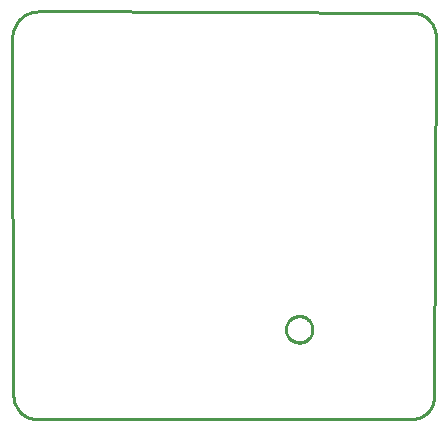
<source format=gbr>
G04 EAGLE Gerber RS-274X export*
G75*
%MOMM*%
%FSLAX34Y34*%
%LPD*%
%IN*%
%IPPOS*%
%AMOC8*
5,1,8,0,0,1.08239X$1,22.5*%
G01*
%ADD10C,0.254000*%


D10*
X11003Y359658D02*
X12117Y56882D01*
X12193Y55210D01*
X12421Y53478D01*
X12799Y51773D01*
X13325Y50106D01*
X13993Y48492D01*
X14800Y46942D01*
X15739Y45469D01*
X16803Y44083D01*
X17983Y42795D01*
X19271Y41615D01*
X20658Y40551D01*
X22131Y39613D01*
X23681Y38806D01*
X25295Y38137D01*
X26962Y37612D01*
X28667Y37234D01*
X30399Y37006D01*
X32145Y36930D01*
X348964Y36930D01*
X350584Y36998D01*
X352264Y37213D01*
X353918Y37573D01*
X355535Y38076D01*
X357101Y38719D01*
X358606Y39495D01*
X360037Y40399D01*
X361384Y41425D01*
X362637Y42564D01*
X363785Y43808D01*
X364821Y45148D01*
X365736Y46573D01*
X366523Y48072D01*
X367177Y49633D01*
X367692Y51246D01*
X368064Y52898D01*
X368291Y54576D01*
X368371Y56267D01*
X369498Y361502D01*
X369498Y361505D01*
X369430Y363205D01*
X369214Y364892D01*
X368851Y366553D01*
X368345Y368177D01*
X367700Y369751D01*
X366920Y371262D01*
X366011Y372700D01*
X364980Y374053D01*
X363835Y375311D01*
X362585Y376464D01*
X361239Y377505D01*
X359808Y378423D01*
X358302Y379214D01*
X356733Y379870D01*
X355112Y380387D01*
X353453Y380761D01*
X351767Y380989D01*
X350068Y381069D01*
X33535Y382190D01*
X33375Y382190D01*
X31419Y382098D01*
X29478Y381835D01*
X27567Y381404D01*
X25701Y380809D01*
X23894Y380053D01*
X22160Y379142D01*
X20512Y378084D01*
X18962Y376886D01*
X17523Y375557D01*
X16204Y374109D01*
X15018Y372550D01*
X13971Y370895D01*
X13073Y369154D01*
X12330Y367342D01*
X11747Y365472D01*
X11330Y363558D01*
X11082Y361615D01*
X11003Y359658D01*
X265176Y112591D02*
X265107Y111715D01*
X264970Y110848D01*
X264765Y109994D01*
X264493Y109159D01*
X264157Y108347D01*
X263759Y107565D01*
X263300Y106816D01*
X262783Y106106D01*
X262213Y105438D01*
X261592Y104817D01*
X260924Y104247D01*
X260214Y103730D01*
X259465Y103271D01*
X258683Y102873D01*
X257871Y102537D01*
X257036Y102265D01*
X256182Y102060D01*
X255315Y101923D01*
X254439Y101854D01*
X253561Y101854D01*
X252685Y101923D01*
X251818Y102060D01*
X250964Y102265D01*
X250129Y102537D01*
X249317Y102873D01*
X248535Y103271D01*
X247786Y103730D01*
X247076Y104247D01*
X246408Y104817D01*
X245787Y105438D01*
X245217Y106106D01*
X244700Y106816D01*
X244241Y107565D01*
X243843Y108347D01*
X243507Y109159D01*
X243235Y109994D01*
X243030Y110848D01*
X242893Y111715D01*
X242824Y112591D01*
X242824Y113469D01*
X242893Y114345D01*
X243030Y115212D01*
X243235Y116066D01*
X243507Y116901D01*
X243843Y117713D01*
X244241Y118495D01*
X244700Y119244D01*
X245217Y119954D01*
X245787Y120622D01*
X246408Y121243D01*
X247076Y121813D01*
X247786Y122330D01*
X248535Y122789D01*
X249317Y123187D01*
X250129Y123523D01*
X250964Y123795D01*
X251818Y124000D01*
X252685Y124137D01*
X253561Y124206D01*
X254439Y124206D01*
X255315Y124137D01*
X256182Y124000D01*
X257036Y123795D01*
X257871Y123523D01*
X258683Y123187D01*
X259465Y122789D01*
X260214Y122330D01*
X260924Y121813D01*
X261592Y121243D01*
X262213Y120622D01*
X262783Y119954D01*
X263300Y119244D01*
X263759Y118495D01*
X264157Y117713D01*
X264493Y116901D01*
X264765Y116066D01*
X264970Y115212D01*
X265107Y114345D01*
X265176Y113469D01*
X265176Y112591D01*
M02*

</source>
